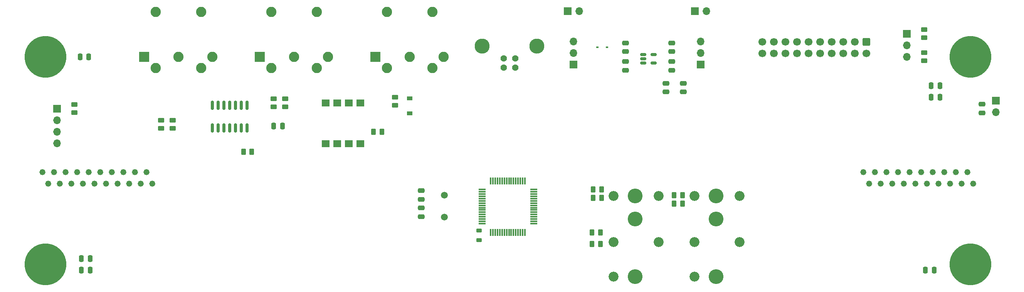
<source format=gbr>
%TF.GenerationSoftware,KiCad,Pcbnew,(6.0.5-0)*%
%TF.CreationDate,2022-06-25T13:19:04+02:00*%
%TF.ProjectId,hoatzin,686f6174-7a69-46e2-9e6b-696361645f70,rev?*%
%TF.SameCoordinates,Original*%
%TF.FileFunction,Soldermask,Top*%
%TF.FilePolarity,Negative*%
%FSLAX46Y46*%
G04 Gerber Fmt 4.6, Leading zero omitted, Abs format (unit mm)*
G04 Created by KiCad (PCBNEW (6.0.5-0)) date 2022-06-25 13:19:04*
%MOMM*%
%LPD*%
G01*
G04 APERTURE LIST*
G04 Aperture macros list*
%AMRoundRect*
0 Rectangle with rounded corners*
0 $1 Rounding radius*
0 $2 $3 $4 $5 $6 $7 $8 $9 X,Y pos of 4 corners*
0 Add a 4 corners polygon primitive as box body*
4,1,4,$2,$3,$4,$5,$6,$7,$8,$9,$2,$3,0*
0 Add four circle primitives for the rounded corners*
1,1,$1+$1,$2,$3*
1,1,$1+$1,$4,$5*
1,1,$1+$1,$6,$7*
1,1,$1+$1,$8,$9*
0 Add four rect primitives between the rounded corners*
20,1,$1+$1,$2,$3,$4,$5,0*
20,1,$1+$1,$4,$5,$6,$7,0*
20,1,$1+$1,$6,$7,$8,$9,0*
20,1,$1+$1,$8,$9,$2,$3,0*%
G04 Aperture macros list end*
%ADD10RoundRect,0.250000X0.262500X0.450000X-0.262500X0.450000X-0.262500X-0.450000X0.262500X-0.450000X0*%
%ADD11C,3.316000*%
%ADD12C,1.428000*%
%ADD13RoundRect,0.250000X0.250000X0.475000X-0.250000X0.475000X-0.250000X-0.475000X0.250000X-0.475000X0*%
%ADD14R,1.700000X1.700000*%
%ADD15O,1.700000X1.700000*%
%ADD16RoundRect,0.250000X-0.262500X-0.450000X0.262500X-0.450000X0.262500X0.450000X-0.262500X0.450000X0*%
%ADD17RoundRect,0.075000X-0.700000X-0.075000X0.700000X-0.075000X0.700000X0.075000X-0.700000X0.075000X0*%
%ADD18RoundRect,0.075000X-0.075000X-0.700000X0.075000X-0.700000X0.075000X0.700000X-0.075000X0.700000X0*%
%ADD19RoundRect,0.250000X-0.475000X0.250000X-0.475000X-0.250000X0.475000X-0.250000X0.475000X0.250000X0*%
%ADD20RoundRect,0.250000X0.450000X-0.262500X0.450000X0.262500X-0.450000X0.262500X-0.450000X-0.262500X0*%
%ADD21C,9.200000*%
%ADD22RoundRect,0.250000X-0.600000X0.600000X-0.600000X-0.600000X0.600000X-0.600000X0.600000X0.600000X0*%
%ADD23C,1.700000*%
%ADD24RoundRect,0.250000X0.475000X-0.250000X0.475000X0.250000X-0.475000X0.250000X-0.475000X-0.250000X0*%
%ADD25C,1.500000*%
%ADD26R,2.250000X2.250000*%
%ADD27C,2.250000*%
%ADD28R,0.600000X0.450000*%
%ADD29RoundRect,0.150000X-0.512500X-0.150000X0.512500X-0.150000X0.512500X0.150000X-0.512500X0.150000X0*%
%ADD30R,1.200000X0.900000*%
%ADD31RoundRect,0.250000X-0.250000X-0.475000X0.250000X-0.475000X0.250000X0.475000X-0.250000X0.475000X0*%
%ADD32RoundRect,0.250000X-0.450000X0.262500X-0.450000X-0.262500X0.450000X-0.262500X0.450000X0.262500X0*%
%ADD33RoundRect,0.218750X0.381250X-0.218750X0.381250X0.218750X-0.381250X0.218750X-0.381250X-0.218750X0*%
%ADD34RoundRect,0.150000X0.150000X-0.825000X0.150000X0.825000X-0.150000X0.825000X-0.150000X-0.825000X0*%
%ADD35R,1.780000X1.520000*%
%ADD36C,1.320800*%
%ADD37C,3.251200*%
%ADD38C,2.172000*%
G04 APERTURE END LIST*
D10*
%TO.C,R3*%
X86002500Y-84455000D03*
X84177500Y-84455000D03*
%TD*%
D11*
%TO.C,J6*%
X136601000Y-61176000D03*
X148641000Y-61176000D03*
D12*
X141371000Y-65886000D03*
X143871000Y-65886000D03*
X143871000Y-63886000D03*
X141371000Y-63886000D03*
%TD*%
D13*
%TO.C,C9*%
X237170000Y-72390000D03*
X235270000Y-72390000D03*
%TD*%
D14*
%TO.C,J11*%
X184597000Y-65197000D03*
D15*
X184597000Y-62657000D03*
X184597000Y-60117000D03*
%TD*%
D10*
%TO.C,R15*%
X180617500Y-95885000D03*
X178792500Y-95885000D03*
%TD*%
D16*
%TO.C,R2*%
X112752500Y-80010000D03*
X114577500Y-80010000D03*
%TD*%
D17*
%TO.C,U1*%
X136565000Y-92770000D03*
X136565000Y-93270000D03*
X136565000Y-93770000D03*
X136565000Y-94270000D03*
X136565000Y-94770000D03*
X136565000Y-95270000D03*
X136565000Y-95770000D03*
X136565000Y-96270000D03*
X136565000Y-96770000D03*
X136565000Y-97270000D03*
X136565000Y-97770000D03*
X136565000Y-98270000D03*
X136565000Y-98770000D03*
X136565000Y-99270000D03*
X136565000Y-99770000D03*
X136565000Y-100270000D03*
D18*
X138490000Y-102195000D03*
X138990000Y-102195000D03*
X139490000Y-102195000D03*
X139990000Y-102195000D03*
X140490000Y-102195000D03*
X140990000Y-102195000D03*
X141490000Y-102195000D03*
X141990000Y-102195000D03*
X142490000Y-102195000D03*
X142990000Y-102195000D03*
X143490000Y-102195000D03*
X143990000Y-102195000D03*
X144490000Y-102195000D03*
X144990000Y-102195000D03*
X145490000Y-102195000D03*
X145990000Y-102195000D03*
D17*
X147915000Y-100270000D03*
X147915000Y-99770000D03*
X147915000Y-99270000D03*
X147915000Y-98770000D03*
X147915000Y-98270000D03*
X147915000Y-97770000D03*
X147915000Y-97270000D03*
X147915000Y-96770000D03*
X147915000Y-96270000D03*
X147915000Y-95770000D03*
X147915000Y-95270000D03*
X147915000Y-94770000D03*
X147915000Y-94270000D03*
X147915000Y-93770000D03*
X147915000Y-93270000D03*
X147915000Y-92770000D03*
D18*
X145990000Y-90845000D03*
X145490000Y-90845000D03*
X144990000Y-90845000D03*
X144490000Y-90845000D03*
X143990000Y-90845000D03*
X143490000Y-90845000D03*
X142990000Y-90845000D03*
X142490000Y-90845000D03*
X141990000Y-90845000D03*
X141490000Y-90845000D03*
X140990000Y-90845000D03*
X140490000Y-90845000D03*
X139990000Y-90845000D03*
X139490000Y-90845000D03*
X138990000Y-90845000D03*
X138490000Y-90845000D03*
%TD*%
D19*
%TO.C,C15*%
X178247000Y-60452000D03*
X178247000Y-62352000D03*
%TD*%
D20*
%TO.C,R6*%
X68580000Y-79295000D03*
X68580000Y-77470000D03*
%TD*%
D13*
%TO.C,C8*%
X235900000Y-110490000D03*
X234000000Y-110490000D03*
%TD*%
D21*
%TO.C,H3*%
X40640000Y-109220000D03*
%TD*%
D22*
%TO.C,J7*%
X220980000Y-60207500D03*
D23*
X220980000Y-62747500D03*
X218440000Y-60207500D03*
X218440000Y-62747500D03*
X215900000Y-60207500D03*
X215900000Y-62747500D03*
X213360000Y-60207500D03*
X213360000Y-62747500D03*
X210820000Y-60207500D03*
X210820000Y-62747500D03*
X208280000Y-60207500D03*
X208280000Y-62747500D03*
X205740000Y-60207500D03*
X205740000Y-62747500D03*
X203200000Y-60207500D03*
X203200000Y-62747500D03*
X200660000Y-60207500D03*
X200660000Y-62747500D03*
X198120000Y-60207500D03*
X198120000Y-62747500D03*
%TD*%
D24*
%TO.C,C11*%
X176977000Y-71242000D03*
X176977000Y-69342000D03*
%TD*%
D25*
%TO.C,e1*%
X128270000Y-93979998D03*
X128270000Y-98859998D03*
%TD*%
D24*
%TO.C,C12*%
X168087000Y-62352000D03*
X168087000Y-60452000D03*
%TD*%
D19*
%TO.C,C13*%
X168087000Y-64582000D03*
X168087000Y-66482000D03*
%TD*%
D26*
%TO.C,J4*%
X62350000Y-63529000D03*
D27*
X69850000Y-63529000D03*
X77350000Y-63529000D03*
X64850000Y-66029000D03*
X74850000Y-66029000D03*
X64850000Y-53629000D03*
X74850000Y-53629000D03*
%TD*%
D24*
%TO.C,C10*%
X180787000Y-71242000D03*
X180787000Y-69342000D03*
%TD*%
D20*
%TO.C,R5*%
X90805000Y-72747500D03*
X90805000Y-74572500D03*
%TD*%
D14*
%TO.C,J16*%
X249450000Y-73210000D03*
D15*
X249450000Y-75750000D03*
%TD*%
D28*
%TO.C,D2*%
X164057000Y-61402000D03*
X161957000Y-61402000D03*
%TD*%
D20*
%TO.C,R18*%
X233680000Y-64412500D03*
X233680000Y-62587500D03*
%TD*%
D21*
%TO.C,H1*%
X40640000Y-63500000D03*
%TD*%
D14*
%TO.C,J10*%
X229870000Y-58435000D03*
D15*
X229870000Y-60975000D03*
X229870000Y-63515000D03*
%TD*%
D29*
%TO.C,U4*%
X172029500Y-62992000D03*
X172029500Y-63942000D03*
X172029500Y-64892000D03*
X174304500Y-64892000D03*
X174304500Y-62992000D03*
%TD*%
D19*
%TO.C,C16*%
X246380000Y-73980000D03*
X246380000Y-75880000D03*
%TD*%
D21*
%TO.C,H2*%
X243840000Y-109220000D03*
%TD*%
D14*
%TO.C,J14*%
X156657000Y-65212000D03*
D15*
X156657000Y-62672000D03*
X156657000Y-60132000D03*
%TD*%
D30*
%TO.C,D1*%
X120650000Y-75945000D03*
X120650000Y-72645000D03*
%TD*%
D14*
%TO.C,J13*%
X183327000Y-53462000D03*
D15*
X185867000Y-53462000D03*
%TD*%
D20*
%TO.C,R7*%
X93345000Y-72747500D03*
X93345000Y-74572500D03*
%TD*%
D13*
%TO.C,C5*%
X237170000Y-69850000D03*
X235270000Y-69850000D03*
%TD*%
D10*
%TO.C,R13*%
X162560000Y-104775000D03*
X160735000Y-104775000D03*
%TD*%
D20*
%TO.C,R1*%
X117475000Y-74215000D03*
X117475000Y-72390000D03*
%TD*%
D31*
%TO.C,C7*%
X48580000Y-110490000D03*
X50480000Y-110490000D03*
%TD*%
D16*
%TO.C,R10*%
X161012500Y-92710000D03*
X162837500Y-92710000D03*
%TD*%
D21*
%TO.C,H4*%
X243840000Y-63500000D03*
%TD*%
D10*
%TO.C,R11*%
X162837500Y-94615000D03*
X161012500Y-94615000D03*
%TD*%
D24*
%TO.C,C14*%
X178247000Y-66482000D03*
X178247000Y-64582000D03*
%TD*%
D32*
%TO.C,R19*%
X233680000Y-57507500D03*
X233680000Y-59332500D03*
%TD*%
D33*
%TO.C,FB1*%
X135890000Y-103932500D03*
X135890000Y-101807500D03*
%TD*%
D16*
%TO.C,R12*%
X160735000Y-102235000D03*
X162560000Y-102235000D03*
%TD*%
D20*
%TO.C,R4*%
X66040000Y-79295000D03*
X66040000Y-77470000D03*
%TD*%
D31*
%TO.C,C4*%
X48580000Y-107950000D03*
X50480000Y-107950000D03*
%TD*%
D34*
%TO.C,U3*%
X77343000Y-74233000D03*
X78613000Y-74233000D03*
X79883000Y-74233000D03*
X81153000Y-74233000D03*
X82423000Y-74233000D03*
X83693000Y-74233000D03*
X84963000Y-74233000D03*
X84963000Y-79183000D03*
X83693000Y-79183000D03*
X82423000Y-79183000D03*
X81153000Y-79183000D03*
X79883000Y-79183000D03*
X78613000Y-79183000D03*
X77343000Y-79183000D03*
%TD*%
D26*
%TO.C,J3*%
X113150000Y-63529000D03*
D27*
X120650000Y-63529000D03*
X128150000Y-63529000D03*
X115650000Y-66029000D03*
X125650000Y-66029000D03*
X115650000Y-53629000D03*
X125650000Y-53629000D03*
%TD*%
D14*
%TO.C,J12*%
X155387000Y-53462000D03*
D15*
X157927000Y-53462000D03*
%TD*%
D16*
%TO.C,R14*%
X178792500Y-93980000D03*
X180617500Y-93980000D03*
%TD*%
D24*
%TO.C,C2*%
X123189998Y-94930000D03*
X123189998Y-93030000D03*
%TD*%
D31*
%TO.C,C6*%
X48260000Y-63500000D03*
X50160000Y-63500000D03*
%TD*%
D19*
%TO.C,C3*%
X123189998Y-96840000D03*
X123189998Y-98740000D03*
%TD*%
D35*
%TO.C,U2*%
X109855000Y-73660000D03*
X107315000Y-73660000D03*
X104775000Y-73660000D03*
X102235000Y-73660000D03*
X102235000Y-82670000D03*
X104775000Y-82670000D03*
X107315000Y-82670000D03*
X109855000Y-82670000D03*
%TD*%
D31*
%TO.C,C1*%
X92710000Y-78740000D03*
X90810000Y-78740000D03*
%TD*%
D26*
%TO.C,J5*%
X87750000Y-63529000D03*
D27*
X95250000Y-63529000D03*
X102750000Y-63529000D03*
X90250000Y-66029000D03*
X100250000Y-66029000D03*
X90250000Y-53629000D03*
X100250000Y-53629000D03*
%TD*%
D32*
%TO.C,R20*%
X46990000Y-74017500D03*
X46990000Y-75842500D03*
%TD*%
D36*
%TO.C,J2*%
X220345000Y-88900000D03*
X221615000Y-91440000D03*
X222885000Y-88900000D03*
X224155000Y-91440000D03*
X225425000Y-88900000D03*
X226695000Y-91440000D03*
X227965000Y-88900000D03*
X229235000Y-91440000D03*
X230505000Y-88900000D03*
X231775000Y-91440000D03*
X233045000Y-88900000D03*
X234315000Y-91440000D03*
X235585000Y-88900000D03*
X236855000Y-91440000D03*
X238125000Y-88900000D03*
X239395000Y-91440000D03*
X240665000Y-88900000D03*
X241935000Y-91440000D03*
X243205000Y-88900000D03*
X244475000Y-91440000D03*
%TD*%
D37*
%TO.C,J9*%
X187960000Y-99263000D03*
X187960000Y-111963000D03*
X187960000Y-94183000D03*
D38*
X183210000Y-104343000D03*
X193116000Y-104343000D03*
X183210000Y-111963000D03*
X183210000Y-94183000D03*
X193116000Y-94183000D03*
%TD*%
D37*
%TO.C,J8*%
X170240000Y-94183000D03*
X170240000Y-99263000D03*
X170240000Y-111963000D03*
D38*
X165490000Y-104343000D03*
X175396000Y-104343000D03*
X165490000Y-111963000D03*
X165490000Y-94183000D03*
X175396000Y-94183000D03*
%TD*%
D14*
%TO.C,J15*%
X43180000Y-74930000D03*
D15*
X43180000Y-77470000D03*
X43180000Y-80010000D03*
X43180000Y-82550000D03*
%TD*%
D36*
%TO.C,J1*%
X40005000Y-88900000D03*
X41275000Y-91440000D03*
X42545000Y-88900000D03*
X43815000Y-91440000D03*
X45085000Y-88900000D03*
X46355000Y-91440000D03*
X47625000Y-88900000D03*
X48895000Y-91440000D03*
X50165000Y-88900000D03*
X51435000Y-91440000D03*
X52705000Y-88900000D03*
X53975000Y-91440000D03*
X55245000Y-88900000D03*
X56515000Y-91440000D03*
X57785000Y-88900000D03*
X59055000Y-91440000D03*
X60325000Y-88900000D03*
X61595000Y-91440000D03*
X62865000Y-88900000D03*
X64135000Y-91440000D03*
%TD*%
M02*

</source>
